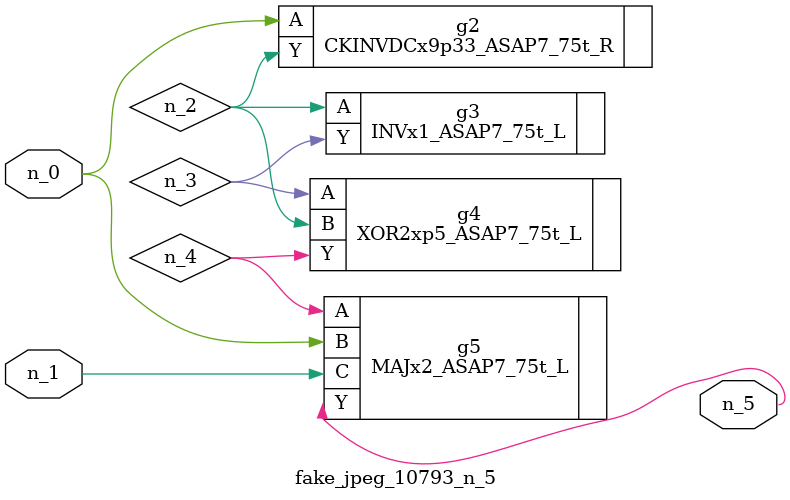
<source format=v>
module fake_jpeg_10793_n_5 (n_0, n_1, n_5);

input n_0;
input n_1;

output n_5;

wire n_3;
wire n_2;
wire n_4;

CKINVDCx9p33_ASAP7_75t_R g2 ( 
.A(n_0),
.Y(n_2)
);

INVx1_ASAP7_75t_L g3 ( 
.A(n_2),
.Y(n_3)
);

XOR2xp5_ASAP7_75t_L g4 ( 
.A(n_3),
.B(n_2),
.Y(n_4)
);

MAJx2_ASAP7_75t_L g5 ( 
.A(n_4),
.B(n_0),
.C(n_1),
.Y(n_5)
);


endmodule
</source>
